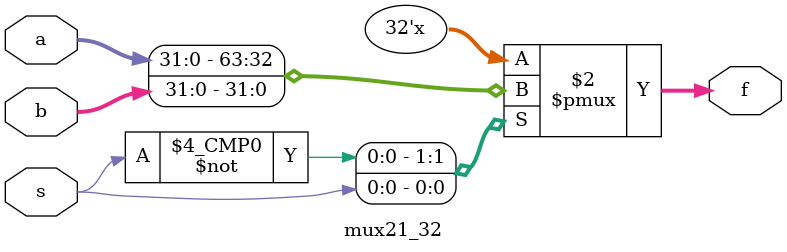
<source format=v>
module mux21_32(f,a,b,s);

output[31:0] f;
input[31:0] a,b;
input s;

reg [31:0] f;

always @(s or a or b)
case(s)
1'd0: f=a;
1'd1: f=b;
endcase

endmodule
</source>
